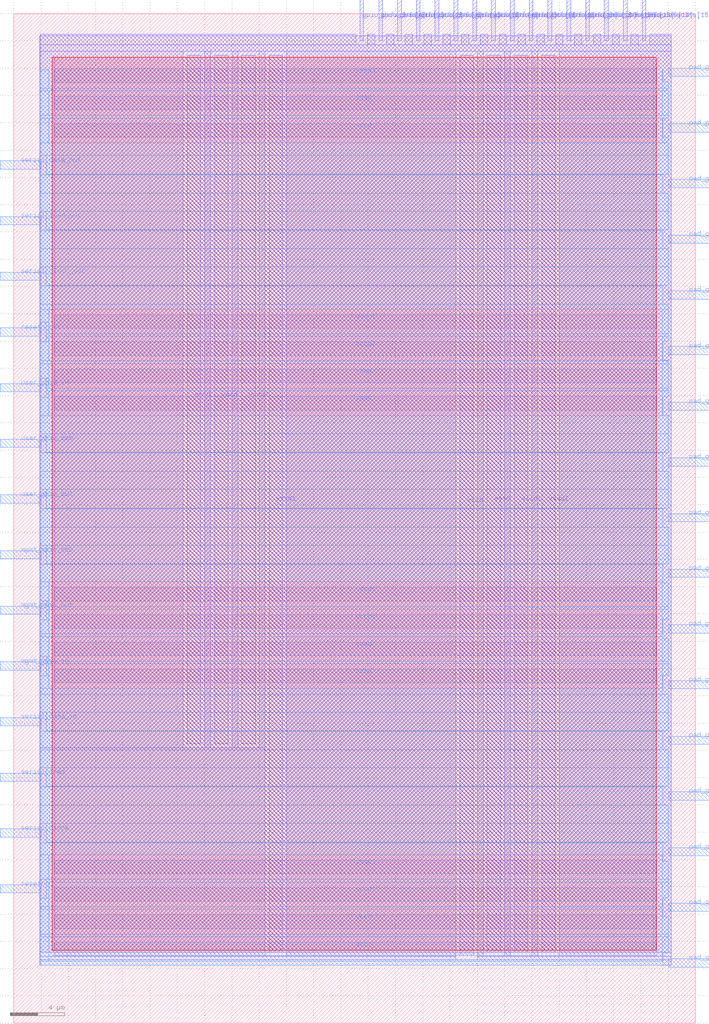
<source format=lef>
VERSION 5.7 ;
  NOWIREEXTENSIONATPIN ON ;
  DIVIDERCHAR "/" ;
  BUSBITCHARS "[]" ;
MACRO gpio_control_block
  CLASS BLOCK ;
  FOREIGN gpio_control_block ;
  ORIGIN 0.000 0.000 ;
  SIZE 50.000 BY 74.000 ;
  PIN gpio_defaults[0]
    DIRECTION INPUT ;
    USE SIGNAL ;
    ANTENNAGATEAREA 0.126000 ;
    PORT
      LAYER met2 ;
        RECT 25.390 72.000 25.670 75.000 ;
    END
  END gpio_defaults[0]
  PIN gpio_defaults[10]
    DIRECTION INPUT ;
    USE SIGNAL ;
    ANTENNAGATEAREA 0.126000 ;
    PORT
      LAYER met2 ;
        RECT 39.190 72.000 39.470 75.000 ;
    END
  END gpio_defaults[10]
  PIN gpio_defaults[11]
    DIRECTION INPUT ;
    USE SIGNAL ;
    ANTENNAGATEAREA 0.126000 ;
    PORT
      LAYER met2 ;
        RECT 40.570 72.000 40.850 75.000 ;
    END
  END gpio_defaults[11]
  PIN gpio_defaults[12]
    DIRECTION INPUT ;
    USE SIGNAL ;
    ANTENNAGATEAREA 0.126000 ;
    PORT
      LAYER met2 ;
        RECT 41.950 72.000 42.230 75.000 ;
    END
  END gpio_defaults[12]
  PIN gpio_defaults[13]
    DIRECTION INPUT ;
    USE SIGNAL ;
    ANTENNAGATEAREA 0.196500 ;
    PORT
      LAYER met2 ;
        RECT 43.330 72.000 43.610 75.000 ;
    END
  END gpio_defaults[13]
  PIN gpio_defaults[14]
    DIRECTION INPUT ;
    USE SIGNAL ;
    PORT
      LAYER met2 ;
        RECT 44.710 72.000 44.990 75.000 ;
    END
  END gpio_defaults[14]
  PIN gpio_defaults[15]
    DIRECTION INPUT ;
    USE SIGNAL ;
    ANTENNAGATEAREA 0.196500 ;
    PORT
      LAYER met2 ;
        RECT 46.090 72.000 46.370 75.000 ;
    END
  END gpio_defaults[15]
  PIN gpio_defaults[1]
    DIRECTION INPUT ;
    USE SIGNAL ;
    PORT
      LAYER met2 ;
        RECT 26.770 72.000 27.050 75.000 ;
    END
  END gpio_defaults[1]
  PIN gpio_defaults[2]
    DIRECTION INPUT ;
    USE SIGNAL ;
    ANTENNAGATEAREA 0.126000 ;
    PORT
      LAYER met2 ;
        RECT 28.150 72.000 28.430 75.000 ;
    END
  END gpio_defaults[2]
  PIN gpio_defaults[3]
    DIRECTION INPUT ;
    USE SIGNAL ;
    ANTENNAGATEAREA 0.126000 ;
    PORT
      LAYER met2 ;
        RECT 29.530 72.000 29.810 75.000 ;
    END
  END gpio_defaults[3]
  PIN gpio_defaults[4]
    DIRECTION INPUT ;
    USE SIGNAL ;
    ANTENNAGATEAREA 0.126000 ;
    PORT
      LAYER met2 ;
        RECT 30.910 72.000 31.190 75.000 ;
    END
  END gpio_defaults[4]
  PIN gpio_defaults[5]
    DIRECTION INPUT ;
    USE SIGNAL ;
    ANTENNAGATEAREA 0.126000 ;
    PORT
      LAYER met2 ;
        RECT 32.290 72.000 32.570 75.000 ;
    END
  END gpio_defaults[5]
  PIN gpio_defaults[6]
    DIRECTION INPUT ;
    USE SIGNAL ;
    ANTENNAGATEAREA 0.126000 ;
    PORT
      LAYER met2 ;
        RECT 33.670 72.000 33.950 75.000 ;
    END
  END gpio_defaults[6]
  PIN gpio_defaults[7]
    DIRECTION INPUT ;
    USE SIGNAL ;
    ANTENNAGATEAREA 0.126000 ;
    PORT
      LAYER met2 ;
        RECT 35.050 72.000 35.330 75.000 ;
    END
  END gpio_defaults[7]
  PIN gpio_defaults[8]
    DIRECTION INPUT ;
    USE SIGNAL ;
    ANTENNAGATEAREA 0.126000 ;
    PORT
      LAYER met2 ;
        RECT 36.430 72.000 36.710 75.000 ;
    END
  END gpio_defaults[8]
  PIN gpio_defaults[9]
    DIRECTION INPUT ;
    USE SIGNAL ;
    ANTENNAGATEAREA 0.126000 ;
    PORT
      LAYER met2 ;
        RECT 37.810 72.000 38.090 75.000 ;
    END
  END gpio_defaults[9]
  PIN mgmt_gpio_in
    DIRECTION OUTPUT ;
    USE SIGNAL ;
    ANTENNADIFFAREA 2.673000 ;
    PORT
      LAYER met3 ;
        RECT -1.000 25.880 2.000 26.480 ;
    END
  END mgmt_gpio_in
  PIN mgmt_gpio_oeb
    DIRECTION INPUT ;
    USE SIGNAL ;
    ANTENNAGATEAREA 0.196500 ;
    PORT
      LAYER met3 ;
        RECT -1.000 34.040 2.000 34.640 ;
    END
  END mgmt_gpio_oeb
  PIN mgmt_gpio_out
    DIRECTION INPUT ;
    USE SIGNAL ;
    ANTENNAGATEAREA 0.196500 ;
    PORT
      LAYER met3 ;
        RECT -1.000 29.960 2.000 30.560 ;
    END
  END mgmt_gpio_out
  PIN pad_gpio_ana_en
    DIRECTION OUTPUT ;
    USE SIGNAL ;
    ANTENNADIFFAREA 2.673000 ;
    PORT
      LAYER met3 ;
        RECT 48.000 16.360 51.000 16.960 ;
    END
  END pad_gpio_ana_en
  PIN pad_gpio_ana_pol
    DIRECTION OUTPUT ;
    USE SIGNAL ;
    ANTENNADIFFAREA 2.673000 ;
    PORT
      LAYER met3 ;
        RECT 48.000 28.600 51.000 29.200 ;
    END
  END pad_gpio_ana_pol
  PIN pad_gpio_ana_sel
    DIRECTION OUTPUT ;
    USE SIGNAL ;
    ANTENNADIFFAREA 2.673000 ;
    PORT
      LAYER met3 ;
        RECT 48.000 36.760 51.000 37.360 ;
    END
  END pad_gpio_ana_sel
  PIN pad_gpio_dm[0]
    DIRECTION OUTPUT ;
    USE SIGNAL ;
    ANTENNADIFFAREA 2.673000 ;
    PORT
      LAYER met3 ;
        RECT 48.000 20.440 51.000 21.040 ;
    END
  END pad_gpio_dm[0]
  PIN pad_gpio_dm[1]
    DIRECTION OUTPUT ;
    USE SIGNAL ;
    ANTENNADIFFAREA 2.673000 ;
    PORT
      LAYER met3 ;
        RECT 48.000 12.280 51.000 12.880 ;
    END
  END pad_gpio_dm[1]
  PIN pad_gpio_dm[2]
    DIRECTION OUTPUT ;
    USE SIGNAL ;
    ANTENNADIFFAREA 2.673000 ;
    PORT
      LAYER met3 ;
        RECT 48.000 49.000 51.000 49.600 ;
    END
  END pad_gpio_dm[2]
  PIN pad_gpio_holdover
    DIRECTION OUTPUT ;
    USE SIGNAL ;
    ANTENNADIFFAREA 2.673000 ;
    PORT
      LAYER met3 ;
        RECT 48.000 53.080 51.000 53.680 ;
    END
  END pad_gpio_holdover
  PIN pad_gpio_hys_trim
    DIRECTION OUTPUT ;
    USE SIGNAL ;
    ANTENNADIFFAREA 2.673000 ;
    PORT
      LAYER met3 ;
        RECT 48.000 44.920 51.000 45.520 ;
    END
  END pad_gpio_hys_trim
  PIN pad_gpio_ib_mode_sel
    DIRECTION OUTPUT ;
    USE SIGNAL ;
    ANTENNADIFFAREA 2.673000 ;
    PORT
      LAYER met3 ;
        RECT 48.000 65.320 51.000 65.920 ;
    END
  END pad_gpio_ib_mode_sel
  PIN pad_gpio_in
    DIRECTION INPUT ;
    USE SIGNAL ;
    ANTENNAGATEAREA 0.196500 ;
    PORT
      LAYER met3 ;
        RECT 48.000 4.120 51.000 4.720 ;
    END
  END pad_gpio_in
  PIN pad_gpio_inenb
    DIRECTION OUTPUT ;
    USE SIGNAL ;
    ANTENNADIFFAREA 2.673000 ;
    PORT
      LAYER met3 ;
        RECT 48.000 32.680 51.000 33.280 ;
    END
  END pad_gpio_inenb
  PIN pad_gpio_out
    DIRECTION OUTPUT ;
    USE SIGNAL ;
    ANTENNADIFFAREA 2.673000 ;
    PORT
      LAYER met3 ;
        RECT 48.000 57.160 51.000 57.760 ;
    END
  END pad_gpio_out
  PIN pad_gpio_outenb
    DIRECTION OUTPUT ;
    USE SIGNAL ;
    ANTENNADIFFAREA 2.673000 ;
    PORT
      LAYER met3 ;
        RECT 48.000 69.400 51.000 70.000 ;
    END
  END pad_gpio_outenb
  PIN pad_gpio_slew_ctl[0]
    DIRECTION OUTPUT ;
    USE SIGNAL ;
    ANTENNADIFFAREA 2.673000 ;
    PORT
      LAYER met3 ;
        RECT 48.000 24.520 51.000 25.120 ;
    END
  END pad_gpio_slew_ctl[0]
  PIN pad_gpio_slew_ctl[1]
    DIRECTION OUTPUT ;
    USE SIGNAL ;
    PORT
      LAYER met3 ;
        RECT 48.000 40.840 51.000 41.440 ;
    END
  END pad_gpio_slew_ctl[1]
  PIN pad_gpio_slow_sel
    DIRECTION OUTPUT ;
    USE SIGNAL ;
    ANTENNADIFFAREA 2.673000 ;
    PORT
      LAYER met3 ;
        RECT 48.000 8.200 51.000 8.800 ;
    END
  END pad_gpio_slow_sel
  PIN pad_gpio_vtrip_sel
    DIRECTION OUTPUT ;
    USE SIGNAL ;
    ANTENNADIFFAREA 2.673000 ;
    PORT
      LAYER met3 ;
        RECT 48.000 61.240 51.000 61.840 ;
    END
  END pad_gpio_vtrip_sel
  PIN resetn
    DIRECTION INPUT ;
    USE SIGNAL ;
    ANTENNAGATEAREA 0.639000 ;
    PORT
      LAYER met3 ;
        RECT -1.000 9.560 2.000 10.160 ;
    END
  END resetn
  PIN resetn_out
    DIRECTION OUTPUT ;
    USE SIGNAL ;
    ANTENNADIFFAREA 1.590400 ;
    PORT
      LAYER met3 ;
        RECT -1.000 50.360 2.000 50.960 ;
    END
  END resetn_out
  PIN serial_clock
    DIRECTION INPUT ;
    USE SIGNAL ;
    ANTENNAGATEAREA 3.465000 ;
    PORT
      LAYER met3 ;
        RECT -1.000 13.640 2.000 14.240 ;
    END
  END serial_clock
  PIN serial_clock_out
    DIRECTION OUTPUT ;
    USE SIGNAL ;
    ANTENNADIFFAREA 1.590400 ;
    PORT
      LAYER met3 ;
        RECT -1.000 54.440 2.000 55.040 ;
    END
  END serial_clock_out
  PIN serial_data_in
    DIRECTION INPUT ;
    USE SIGNAL ;
    ANTENNAGATEAREA 0.196500 ;
    PORT
      LAYER met3 ;
        RECT -1.000 21.800 2.000 22.400 ;
    END
  END serial_data_in
  PIN serial_data_out
    DIRECTION OUTPUT ;
    USE SIGNAL ;
    ANTENNADIFFAREA 2.673000 ;
    PORT
      LAYER met3 ;
        RECT -1.000 62.600 2.000 63.200 ;
    END
  END serial_data_out
  PIN serial_load
    DIRECTION INPUT ;
    USE SIGNAL ;
    ANTENNAGATEAREA 7.356000 ;
    PORT
      LAYER met3 ;
        RECT -1.000 17.720 2.000 18.320 ;
    END
  END serial_load
  PIN serial_load_out
    DIRECTION OUTPUT ;
    USE SIGNAL ;
    ANTENNADIFFAREA 1.590400 ;
    PORT
      LAYER met3 ;
        RECT -1.000 58.520 2.000 59.120 ;
    END
  END serial_load_out
  PIN user_gpio_in
    DIRECTION OUTPUT ;
    USE SIGNAL ;
    ANTENNADIFFAREA 2.673000 ;
    PORT
      LAYER met3 ;
        RECT -1.000 46.280 2.000 46.880 ;
    END
  END user_gpio_in
  PIN user_gpio_oeb
    DIRECTION INPUT ;
    USE SIGNAL ;
    ANTENNAGATEAREA 0.196500 ;
    PORT
      LAYER met3 ;
        RECT -1.000 42.200 2.000 42.800 ;
    END
  END user_gpio_oeb
  PIN user_gpio_out
    DIRECTION INPUT ;
    USE SIGNAL ;
    ANTENNAGATEAREA 0.196500 ;
    PORT
      LAYER met3 ;
        RECT -1.000 38.120 2.000 38.720 ;
    END
  END user_gpio_out
  PIN vccd
    DIRECTION INOUT ;
    USE POWER ;
    PORT
      LAYER met2 ;
        RECT 12.720 20.470 13.720 70.960 ;
    END
    PORT
      LAYER met2 ;
        RECT 32.720 4.940 33.720 70.960 ;
    END
    PORT
      LAYER met3 ;
        RECT 2.980 4.940 47.160 5.940 ;
    END
    PORT
      LAYER met3 ;
        RECT 2.980 24.940 47.160 25.940 ;
    END
    PORT
      LAYER met3 ;
        RECT 2.980 44.940 47.160 45.940 ;
    END
    PORT
      LAYER met3 ;
        RECT 2.980 64.940 47.160 65.940 ;
    END
  END vccd
  PIN vccd1
    DIRECTION INOUT ;
    USE POWER ;
    PORT
      LAYER met2 ;
        RECT 16.720 20.470 17.720 70.960 ;
    END
    PORT
      LAYER met2 ;
        RECT 36.720 5.200 37.720 70.960 ;
    END
    PORT
      LAYER met3 ;
        RECT 2.980 8.940 47.160 9.940 ;
    END
    PORT
      LAYER met3 ;
        RECT 2.980 28.940 47.160 29.940 ;
    END
    PORT
      LAYER met3 ;
        RECT 2.980 48.940 47.160 49.940 ;
    END
    PORT
      LAYER met3 ;
        RECT 2.980 68.940 47.160 69.940 ;
    END
  END vccd1
  PIN vssd
    DIRECTION INOUT ;
    USE GROUND ;
    PORT
      LAYER met2 ;
        RECT 14.720 20.470 15.720 70.960 ;
    END
    PORT
      LAYER met2 ;
        RECT 34.720 5.200 35.720 70.960 ;
    END
    PORT
      LAYER met3 ;
        RECT 2.980 6.940 47.160 7.940 ;
    END
    PORT
      LAYER met3 ;
        RECT 2.980 26.940 47.160 27.940 ;
    END
    PORT
      LAYER met3 ;
        RECT 2.980 46.940 47.160 47.940 ;
    END
    PORT
      LAYER met3 ;
        RECT 2.980 66.940 47.160 67.940 ;
    END
  END vssd
  PIN vssd1
    DIRECTION INOUT ;
    USE GROUND ;
    PORT
      LAYER met2 ;
        RECT 18.720 5.200 19.720 70.960 ;
    END
    PORT
      LAYER met2 ;
        RECT 38.720 5.200 39.720 70.960 ;
    END
    PORT
      LAYER met3 ;
        RECT 2.980 10.940 47.160 11.940 ;
    END
    PORT
      LAYER met3 ;
        RECT 2.980 30.940 47.160 31.940 ;
    END
    PORT
      LAYER met3 ;
        RECT 2.980 50.940 47.160 51.940 ;
    END
  END vssd1
  OBS
      LAYER nwell ;
        RECT 2.810 5.355 47.110 70.805 ;
      LAYER li1 ;
        RECT 3.000 5.355 46.920 70.805 ;
      LAYER met1 ;
        RECT 1.910 5.200 48.230 72.380 ;
      LAYER met2 ;
        RECT 1.930 71.720 25.110 72.490 ;
        RECT 25.950 71.720 26.490 72.490 ;
        RECT 27.330 71.720 27.870 72.490 ;
        RECT 28.710 71.720 29.250 72.490 ;
        RECT 30.090 71.720 30.630 72.490 ;
        RECT 31.470 71.720 32.010 72.490 ;
        RECT 32.850 71.720 33.390 72.490 ;
        RECT 34.230 71.720 34.770 72.490 ;
        RECT 35.610 71.720 36.150 72.490 ;
        RECT 36.990 71.720 37.530 72.490 ;
        RECT 38.370 71.720 38.910 72.490 ;
        RECT 39.750 71.720 40.290 72.490 ;
        RECT 41.130 71.720 41.670 72.490 ;
        RECT 42.510 71.720 43.050 72.490 ;
        RECT 43.890 71.720 44.430 72.490 ;
        RECT 45.270 71.720 45.810 72.490 ;
        RECT 46.650 71.720 48.210 72.490 ;
        RECT 1.930 71.240 48.210 71.720 ;
        RECT 1.930 20.190 12.440 71.240 ;
        RECT 14.000 20.190 14.440 71.240 ;
        RECT 16.000 20.190 16.440 71.240 ;
        RECT 18.000 20.190 18.440 71.240 ;
        RECT 1.930 4.920 18.440 20.190 ;
        RECT 20.000 4.920 32.440 71.240 ;
        RECT 1.930 4.660 32.440 4.920 ;
        RECT 34.000 4.920 34.440 71.240 ;
        RECT 36.000 4.920 36.440 71.240 ;
        RECT 38.000 4.920 38.440 71.240 ;
        RECT 40.000 4.920 48.210 71.240 ;
        RECT 34.000 4.660 48.210 4.920 ;
        RECT 1.930 4.235 48.210 4.660 ;
      LAYER met3 ;
        RECT 1.905 68.540 2.580 69.865 ;
        RECT 47.560 69.000 47.600 69.865 ;
        RECT 47.560 68.540 48.000 69.000 ;
        RECT 1.905 68.340 48.000 68.540 ;
        RECT 1.905 66.540 2.580 68.340 ;
        RECT 47.560 66.540 48.000 68.340 ;
        RECT 1.905 66.340 48.000 66.540 ;
        RECT 1.905 64.540 2.580 66.340 ;
        RECT 47.560 66.320 48.000 66.340 ;
        RECT 47.560 64.920 47.600 66.320 ;
        RECT 47.560 64.540 48.000 64.920 ;
        RECT 1.905 63.600 48.000 64.540 ;
        RECT 2.400 62.240 48.000 63.600 ;
        RECT 2.400 62.200 47.600 62.240 ;
        RECT 1.905 60.840 47.600 62.200 ;
        RECT 1.905 59.520 48.000 60.840 ;
        RECT 2.400 58.160 48.000 59.520 ;
        RECT 2.400 58.120 47.600 58.160 ;
        RECT 1.905 56.760 47.600 58.120 ;
        RECT 1.905 55.440 48.000 56.760 ;
        RECT 2.400 54.080 48.000 55.440 ;
        RECT 2.400 54.040 47.600 54.080 ;
        RECT 1.905 52.680 47.600 54.040 ;
        RECT 1.905 52.340 48.000 52.680 ;
        RECT 1.905 51.360 2.580 52.340 ;
        RECT 2.400 50.540 2.580 51.360 ;
        RECT 47.560 50.540 48.000 52.340 ;
        RECT 2.400 50.340 48.000 50.540 ;
        RECT 2.400 49.960 2.580 50.340 ;
        RECT 1.905 48.540 2.580 49.960 ;
        RECT 47.560 50.000 48.000 50.340 ;
        RECT 47.560 48.600 47.600 50.000 ;
        RECT 47.560 48.540 48.000 48.600 ;
        RECT 1.905 48.340 48.000 48.540 ;
        RECT 1.905 47.280 2.580 48.340 ;
        RECT 2.400 46.540 2.580 47.280 ;
        RECT 47.560 46.540 48.000 48.340 ;
        RECT 2.400 46.340 48.000 46.540 ;
        RECT 2.400 45.880 2.580 46.340 ;
        RECT 1.905 44.540 2.580 45.880 ;
        RECT 47.560 45.920 48.000 46.340 ;
        RECT 47.560 44.540 47.600 45.920 ;
        RECT 1.905 44.520 47.600 44.540 ;
        RECT 1.905 43.200 48.000 44.520 ;
        RECT 2.400 41.840 48.000 43.200 ;
        RECT 2.400 41.800 47.600 41.840 ;
        RECT 1.905 40.440 47.600 41.800 ;
        RECT 1.905 39.120 48.000 40.440 ;
        RECT 2.400 37.760 48.000 39.120 ;
        RECT 2.400 37.720 47.600 37.760 ;
        RECT 1.905 36.360 47.600 37.720 ;
        RECT 1.905 35.040 48.000 36.360 ;
        RECT 2.400 33.680 48.000 35.040 ;
        RECT 2.400 33.640 47.600 33.680 ;
        RECT 1.905 32.340 47.600 33.640 ;
        RECT 1.905 30.960 2.580 32.340 ;
        RECT 2.400 30.540 2.580 30.960 ;
        RECT 47.560 32.280 47.600 32.340 ;
        RECT 47.560 30.540 48.000 32.280 ;
        RECT 2.400 30.340 48.000 30.540 ;
        RECT 2.400 29.560 2.580 30.340 ;
        RECT 1.905 28.540 2.580 29.560 ;
        RECT 47.560 29.600 48.000 30.340 ;
        RECT 47.560 28.540 47.600 29.600 ;
        RECT 1.905 28.340 47.600 28.540 ;
        RECT 1.905 26.880 2.580 28.340 ;
        RECT 2.400 26.540 2.580 26.880 ;
        RECT 47.560 28.200 47.600 28.340 ;
        RECT 47.560 26.540 48.000 28.200 ;
        RECT 2.400 26.340 48.000 26.540 ;
        RECT 2.400 25.480 2.580 26.340 ;
        RECT 1.905 24.540 2.580 25.480 ;
        RECT 47.560 25.520 48.000 26.340 ;
        RECT 47.560 24.540 47.600 25.520 ;
        RECT 1.905 24.120 47.600 24.540 ;
        RECT 1.905 22.800 48.000 24.120 ;
        RECT 2.400 21.440 48.000 22.800 ;
        RECT 2.400 21.400 47.600 21.440 ;
        RECT 1.905 20.040 47.600 21.400 ;
        RECT 1.905 18.720 48.000 20.040 ;
        RECT 2.400 17.360 48.000 18.720 ;
        RECT 2.400 17.320 47.600 17.360 ;
        RECT 1.905 15.960 47.600 17.320 ;
        RECT 1.905 14.640 48.000 15.960 ;
        RECT 2.400 13.280 48.000 14.640 ;
        RECT 2.400 13.240 47.600 13.280 ;
        RECT 1.905 12.340 47.600 13.240 ;
        RECT 1.905 10.560 2.580 12.340 ;
        RECT 2.400 10.540 2.580 10.560 ;
        RECT 47.560 11.880 47.600 12.340 ;
        RECT 47.560 10.540 48.000 11.880 ;
        RECT 2.400 10.340 48.000 10.540 ;
        RECT 2.400 9.160 2.580 10.340 ;
        RECT 1.905 8.540 2.580 9.160 ;
        RECT 47.560 9.200 48.000 10.340 ;
        RECT 47.560 8.540 47.600 9.200 ;
        RECT 1.905 8.340 47.600 8.540 ;
        RECT 1.905 6.540 2.580 8.340 ;
        RECT 47.560 7.800 47.600 8.340 ;
        RECT 47.560 6.540 48.000 7.800 ;
        RECT 1.905 6.340 48.000 6.540 ;
        RECT 1.905 4.540 2.580 6.340 ;
        RECT 47.560 5.120 48.000 6.340 ;
        RECT 47.560 4.540 47.600 5.120 ;
        RECT 1.905 4.255 47.600 4.540 ;
  END
END gpio_control_block
END LIBRARY


</source>
